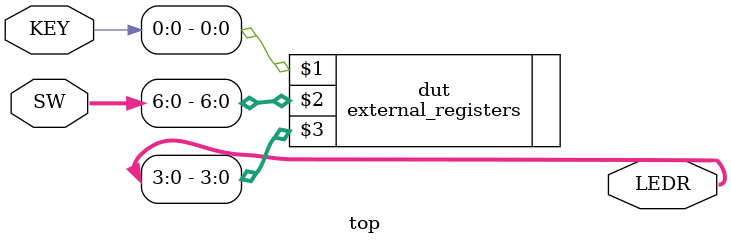
<source format=v>
module top (SW, KEY, LEDR);

    input wire [9:0] SW;        // DE-series switches
    input wire [3:0] KEY;       // DE-series pushbuttons

    output wire [9:0] LEDR;     // DE-series LEDs   

    external_registers dut (KEY[0], SW[6:0], LEDR[3:0]);
 
endmodule


</source>
